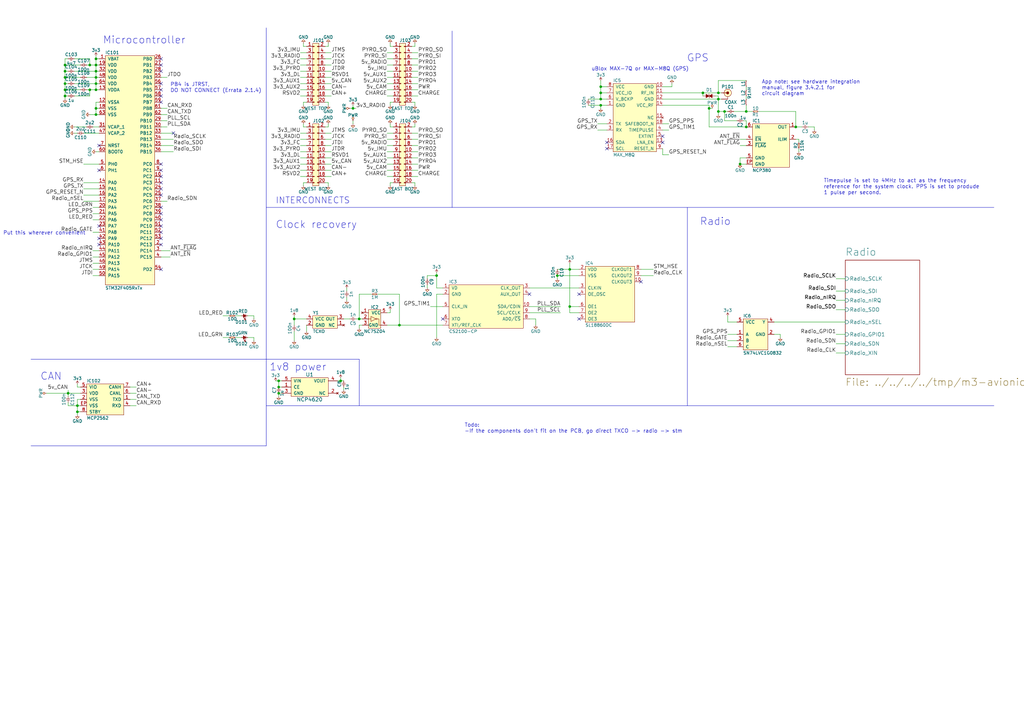
<source format=kicad_sch>
(kicad_sch (version 20230121) (generator eeschema)
  (paper "A3")
  (title_block (title "M3 Radio board schematic") (date "8 feb 2016") (rev "Rev 1") (company "Cambridge University Spaceflight") (comment 1 "G Brooks") (comment 2 "A Raghu") (comment 3 "E R Eide") (comment 4 "Drawn by:"))
  (junction (at 294.64 45.72))
  (junction (at 306.07 45.72))
  (junction (at 26.67 31.75))
  (junction (at 114.3 158.75))
  (junction (at 144.78 44.45))
  (junction (at 27.94 161.29))
  (junction (at 246.38 35.56))
  (junction (at 246.38 43.18))
  (junction (at 163.83 133.35))
  (junction (at 288.29 38.1))
  (junction (at 39.37 46.99))
  (junction (at 114.3 156.21))
  (junction (at 36.83 26.67))
  (junction (at 39.37 29.21))
  (junction (at 179.07 113.03))
  (junction (at 139.7 156.21))
  (junction (at 303.53 67.31))
  (junction (at 120.65 130.81))
  (junction (at 294.64 40.64))
  (junction (at 233.68 125.73))
  (junction (at 39.37 34.29))
  (junction (at 297.18 45.72))
  (junction (at 26.67 29.21))
  (junction (at 147.32 130.81))
  (junction (at 39.37 44.45))
  (junction (at 39.37 36.83))
  (junction (at 233.68 110.49))
  (junction (at 26.67 36.83))
  (junction (at 26.67 34.29))
  (junction (at 26.67 26.67))
  (junction (at 306.07 52.07))
  (junction (at 39.37 26.67))
  (junction (at 26.67 39.37))
  (junction (at 31.75 166.37))
  (junction (at 39.37 24.13))
  (junction (at 36.83 36.83))
  (junction (at 326.39 52.07))
  (junction (at 246.38 38.1))
  (junction (at 31.75 168.91))
  (junction (at 39.37 31.75))
  (junction (at 290.83 44.45))
  (junction (at 294.64 38.1))
  (junction (at 246.38 40.64))
  (junction (at 114.3 161.29))
  (junction (at 228.6 113.03))
  (no_connect (at 66.04 26.67))
  (no_connect (at 66.04 110.49))
  (no_connect (at 217.17 120.65))
  (no_connect (at 66.04 90.17))
  (no_connect (at 66.04 77.47))
  (no_connect (at 40.64 92.71))
  (no_connect (at 40.64 69.85))
  (no_connect (at 66.04 29.21))
  (no_connect (at 66.04 85.09))
  (no_connect (at 66.04 80.01))
  (no_connect (at 248.92 58.42))
  (no_connect (at 66.04 92.71))
  (no_connect (at 262.89 115.57))
  (no_connect (at 66.04 41.91))
  (no_connect (at 66.04 97.79))
  (no_connect (at 40.64 59.69))
  (no_connect (at 66.04 69.85))
  (no_connect (at 66.04 95.25))
  (no_connect (at 181.61 130.81))
  (no_connect (at 66.04 67.31))
  (no_connect (at 66.04 24.13))
  (no_connect (at 271.78 58.42))
  (no_connect (at 71.12 54.61))
  (no_connect (at 66.04 72.39))
  (no_connect (at 237.49 120.65))
  (no_connect (at 271.78 55.88))
  (no_connect (at 40.64 100.33))
  (no_connect (at 237.49 130.81))
  (no_connect (at 66.04 34.29))
  (no_connect (at 66.04 36.83))
  (no_connect (at 248.92 60.96))
  (no_connect (at 40.64 97.79))
  (no_connect (at 66.04 87.63))
  (no_connect (at 66.04 74.93))
  (no_connect (at 66.04 39.37))
  (no_connect (at 66.04 100.33))
  (wire (pts (xy 158.75 24.13) (xy 161.29 24.13)))
  (wire (pts (xy 248.92 50.8) (xy 245.11 50.8)))
  (wire (pts (xy 36.83 39.37) (xy 36.83 36.83)))
  (wire (pts (xy 267.97 110.49) (xy 262.89 110.49)))
  (wire (pts (xy 133.35 31.75) (xy 135.89 31.75)))
  (wire (pts (xy 168.91 41.91) (xy 170.18 41.91)))
  (wire (pts (xy 246.38 38.1) (xy 246.38 40.64)))
  (wire (pts (xy 144.78 44.45) (xy 146.05 44.45)))
  (wire (pts (xy 26.67 31.75) (xy 26.67 34.29)))
  (wire (pts (xy 40.64 41.91) (xy 39.37 41.91)))
  (wire (pts (xy 40.64 44.45) (xy 39.37 44.45)))
  (wire (pts (xy 326.39 52.07) (xy 328.93 52.07)))
  (wire (pts (xy 147.32 133.35) (xy 148.59 133.35)))
  (wire (pts (xy 275.59 35.56) (xy 275.59 34.29)))
  (wire (pts (xy 133.35 62.23) (xy 135.89 62.23)))
  (wire (pts (xy 228.6 113.03) (xy 237.49 113.03)))
  (wire (pts (xy 133.35 21.59) (xy 135.89 21.59)))
  (wire (pts (xy 161.29 74.93) (xy 160.02 74.93)))
  (wire (pts (xy 297.18 49.53) (xy 297.18 45.72)))
  (wire (pts (xy 125.73 74.93) (xy 124.46 74.93)))
  (wire (pts (xy 175.26 116.84) (xy 175.26 118.11)))
  (wire (pts (xy 40.64 54.61) (xy 34.29 54.61)))
  (wire (pts (xy 161.29 26.67) (xy 158.75 26.67)))
  (wire (pts (xy 66.04 57.15) (xy 71.12 57.15)))
  (wire (pts (xy 320.04 137.16) (xy 320.04 138.43)))
  (wire (pts (xy 26.67 36.83) (xy 26.67 39.37)))
  (wire (pts (xy 161.29 36.83) (xy 158.75 36.83)))
  (wire (pts (xy 66.04 31.75) (xy 68.58 31.75)))
  (wire (pts (xy 306.07 64.77) (xy 303.53 64.77)))
  (wire (pts (xy 133.35 34.29) (xy 135.89 34.29)))
  (wire (pts (xy 171.45 62.23) (xy 168.91 62.23)))
  (wire (pts (xy 326.39 45.72) (xy 326.39 52.07)))
  (wire (pts (xy 154.94 120.65) (xy 163.83 120.65)))
  (wire (pts (xy 217.17 125.73) (xy 229.87 125.73)))
  (wire (pts (xy 294.64 39.37) (xy 294.64 40.64)))
  (wire (pts (xy 306.07 57.15) (xy 303.53 57.15)))
  (wire (pts (xy 297.18 45.72) (xy 294.64 45.72)))
  (wire (pts (xy 38.1 85.09) (xy 40.64 85.09)))
  (wire (pts (xy 66.04 59.69) (xy 71.12 59.69)))
  (wire (pts (xy 36.83 36.83) (xy 39.37 36.83)))
  (wire (pts (xy 168.91 21.59) (xy 171.45 21.59)))
  (wire (pts (xy 163.83 133.35) (xy 181.61 133.35)))
  (wire (pts (xy 133.35 57.15) (xy 135.89 57.15)))
  (wire (pts (xy 241.3 40.64) (xy 246.38 40.64)))
  (wire (pts (xy 133.35 36.83) (xy 135.89 36.83)))
  (wire (pts (xy 274.32 63.5) (xy 271.78 63.5)))
  (wire (pts (xy 27.94 29.21) (xy 26.67 29.21)))
  (wire (pts (xy 27.94 39.37) (xy 26.67 39.37)))
  (wire (pts (xy 161.29 21.59) (xy 158.75 21.59)))
  (wire (pts (xy 246.38 40.64) (xy 248.92 40.64)))
  (wire (pts (xy 298.45 132.08) (xy 298.45 129.54)))
  (wire (pts (xy 30.48 34.29) (xy 39.37 34.29)))
  (wire (pts (xy 303.53 64.77) (xy 303.53 67.31)))
  (wire (pts (xy 171.45 29.21) (xy 168.91 29.21)))
  (wire (pts (xy 125.73 26.67) (xy 123.19 26.67)))
  (wire (pts (xy 39.37 34.29) (xy 40.64 34.29)))
  (wire (pts (xy 134.62 19.05) (xy 134.62 17.78)))
  (wire (pts (xy 246.38 43.18) (xy 248.92 43.18)))
  (wire (pts (xy 241.3 43.18) (xy 246.38 43.18)))
  (wire (pts (xy 179.07 118.11) (xy 181.61 118.11)))
  (wire (pts (xy 342.9 140.97) (xy 346.71 140.97)))
  (wire (pts (xy 99.06 138.43) (xy 96.52 138.43)))
  (wire (pts (xy 271.78 40.64) (xy 294.64 40.64)))
  (wire (pts (xy 120.65 130.81) (xy 120.65 133.35)))
  (wire (pts (xy 144.78 43.18) (xy 144.78 44.45)))
  (wire (pts (xy 168.91 59.69) (xy 171.45 59.69)))
  (wire (pts (xy 66.04 44.45) (xy 68.58 44.45)))
  (wire (pts (xy 168.91 54.61) (xy 171.45 54.61)))
  (wire (pts (xy 40.64 80.01) (xy 34.29 80.01)))
  (wire (pts (xy 113.03 156.21) (xy 114.3 156.21)))
  (wire (pts (xy 120.65 135.89) (xy 120.65 139.7)))
  (wire (pts (xy 66.04 54.61) (xy 71.12 54.61)))
  (wire (pts (xy 91.44 138.43) (xy 93.98 138.43)))
  (wire (pts (xy 40.64 90.17) (xy 38.1 90.17)))
  (wire (pts (xy 228.6 113.03) (xy 228.6 114.3)))
  (wire (pts (xy 125.73 72.39) (xy 123.19 72.39)))
  (wire (pts (xy 304.8 49.53) (xy 306.07 49.53)))
  (wire (pts (xy 101.6 129.54) (xy 104.14 129.54)))
  (wire (pts (xy 68.58 46.99) (xy 66.04 46.99)))
  (wire (pts (xy 233.68 110.49) (xy 233.68 125.73)))
  (wire (pts (xy 140.97 158.75) (xy 140.97 160.02)))
  (wire (pts (xy 133.35 26.67) (xy 135.89 26.67)))
  (wire (pts (xy 298.45 142.24) (xy 302.26 142.24)))
  (wire (pts (xy 30.48 29.21) (xy 39.37 29.21)))
  (wire (pts (xy 38.1 105.41) (xy 40.64 105.41)))
  (wire (pts (xy 300.99 45.72) (xy 306.07 45.72)))
  (wire (pts (xy 303.53 67.31) (xy 306.07 67.31)))
  (wire (pts (xy 40.64 87.63) (xy 38.1 87.63)))
  (wire (pts (xy 292.1 44.45) (xy 290.83 44.45)))
  (wire (pts (xy 168.91 39.37) (xy 171.45 39.37)))
  (wire (pts (xy 39.37 62.23) (xy 40.64 62.23)))
  (wire (pts (xy 294.64 38.1) (xy 295.91 38.1)))
  (wire (pts (xy 175.26 113.03) (xy 179.07 113.03)))
  (wire (pts (xy 39.37 24.13) (xy 39.37 26.67)))
  (wire (pts (xy 168.91 72.39) (xy 171.45 72.39)))
  (wire (pts (xy 35.56 31.75) (xy 39.37 31.75)))
  (wire (pts (xy 346.71 119.38) (xy 342.9 119.38)))
  (wire (pts (xy 306.07 49.53) (xy 306.07 52.07)))
  (wire (pts (xy 36.83 46.99) (xy 39.37 46.99)))
  (wire (pts (xy 168.91 19.05) (xy 170.18 19.05)))
  (wire (pts (xy 294.64 45.72) (xy 294.64 46.99)))
  (polyline (pts (xy 185.42 85.09) (xy 185.42 12.7)))
  (wire (pts (xy 31.75 163.83) (xy 31.75 166.37)))
  (wire (pts (xy 39.37 34.29) (xy 39.37 36.83)))
  (wire (pts (xy 31.75 166.37) (xy 31.75 168.91)))
  (wire (pts (xy 39.37 41.91) (xy 39.37 44.45)))
  (wire (pts (xy 171.45 24.13) (xy 168.91 24.13)))
  (wire (pts (xy 161.29 59.69) (xy 158.75 59.69)))
  (wire (pts (xy 175.26 114.3) (xy 175.26 113.03)))
  (wire (pts (xy 134.62 41.91) (xy 134.62 43.18)))
  (wire (pts (xy 124.46 17.78) (xy 124.46 19.05)))
  (wire (pts (xy 160.02 52.07) (xy 160.02 50.8)))
  (wire (pts (xy 219.71 130.81) (xy 219.71 133.35)))
  (wire (pts (xy 246.38 38.1) (xy 248.92 38.1)))
  (wire (pts (xy 298.45 137.16) (xy 302.26 137.16)))
  (wire (pts (xy 27.94 165.1) (xy 27.94 166.37)))
  (wire (pts (xy 147.32 120.65) (xy 147.32 130.81)))
  (wire (pts (xy 294.64 40.64) (xy 295.91 40.64)))
  (wire (pts (xy 160.02 41.91) (xy 160.02 43.18)))
  (wire (pts (xy 248.92 35.56) (xy 246.38 35.56)))
  (wire (pts (xy 346.71 123.19) (xy 342.9 123.19)))
  (wire (pts (xy 168.91 34.29) (xy 171.45 34.29)))
  (polyline (pts (xy 109.22 182.88) (xy 109.22 11.43)))
  (wire (pts (xy 133.35 59.69) (xy 135.89 59.69)))
  (wire (pts (xy 134.62 74.93) (xy 134.62 76.2)))
  (wire (pts (xy 331.47 52.07) (xy 334.01 52.07)))
  (wire (pts (xy 39.37 26.67) (xy 40.64 26.67)))
  (wire (pts (xy 26.67 26.67) (xy 26.67 29.21)))
  (wire (pts (xy 35.56 26.67) (xy 36.83 26.67)))
  (wire (pts (xy 133.35 24.13) (xy 135.89 24.13)))
  (wire (pts (xy 271.78 35.56) (xy 275.59 35.56)))
  (wire (pts (xy 160.02 19.05) (xy 160.02 17.78)))
  (wire (pts (xy 160.02 128.27) (xy 160.02 127)))
  (wire (pts (xy 161.29 64.77) (xy 158.75 64.77)))
  (wire (pts (xy 133.35 52.07) (xy 134.62 52.07)))
  (wire (pts (xy 27.94 161.29) (xy 27.94 162.56)))
  (wire (pts (xy 170.18 74.93) (xy 170.18 76.2)))
  (wire (pts (xy 66.04 82.55) (xy 68.58 82.55)))
  (wire (pts (xy 66.04 102.87) (xy 69.85 102.87)))
  (wire (pts (xy 124.46 52.07) (xy 125.73 52.07)))
  (wire (pts (xy 26.67 34.29) (xy 26.67 36.83)))
  (wire (pts (xy 53.34 166.37) (xy 55.88 166.37)))
  (wire (pts (xy 125.73 67.31) (xy 123.19 67.31)))
  (wire (pts (xy 39.37 46.99) (xy 40.64 46.99)))
  (wire (pts (xy 101.6 138.43) (xy 104.14 138.43)))
  (wire (pts (xy 271.78 63.5) (xy 271.78 60.96)))
  (wire (pts (xy 248.92 53.34) (xy 245.11 53.34)))
  (wire (pts (xy 91.44 129.54) (xy 93.98 129.54)))
  (wire (pts (xy 39.37 44.45) (xy 39.37 46.99)))
  (wire (pts (xy 147.32 130.81) (xy 148.59 130.81)))
  (wire (pts (xy 26.67 39.37) (xy 26.67 40.64)))
  (wire (pts (xy 158.75 128.27) (xy 160.02 128.27)))
  (wire (pts (xy 30.48 54.61) (xy 31.75 54.61)))
  (wire (pts (xy 38.1 52.07) (xy 40.64 52.07)))
  (wire (pts (xy 158.75 67.31) (xy 161.29 67.31)))
  (wire (pts (xy 40.64 107.95) (xy 38.1 107.95)))
  (wire (pts (xy 125.73 54.61) (xy 123.19 54.61)))
  (wire (pts (xy 306.07 36.83) (xy 306.07 35.56)))
  (wire (pts (xy 158.75 39.37) (xy 161.29 39.37)))
  (wire (pts (xy 138.43 156.21) (xy 139.7 156.21)))
  (wire (pts (xy 38.1 95.25) (xy 40.64 95.25)))
  (wire (pts (xy 26.67 24.13) (xy 26.67 26.67)))
  (wire (pts (xy 217.17 118.11) (xy 237.49 118.11)))
  (wire (pts (xy 36.83 24.13) (xy 36.83 26.67)))
  (wire (pts (xy 170.18 52.07) (xy 170.18 50.8)))
  (wire (pts (xy 274.32 50.8) (xy 271.78 50.8)))
  (wire (pts (xy 133.35 39.37) (xy 135.89 39.37)))
  (polyline (pts (xy 147.32 147.32) (xy 147.32 166.37)))
  (wire (pts (xy 33.02 31.75) (xy 26.67 31.75)))
  (wire (pts (xy 139.7 156.21) (xy 139.7 154.94)))
  (polyline (pts (xy 109.22 166.37) (xy 407.67 166.37)))
  (wire (pts (xy 142.24 121.92) (xy 142.24 123.19)))
  (wire (pts (xy 171.45 57.15) (xy 168.91 57.15)))
  (wire (pts (xy 53.34 161.29) (xy 55.88 161.29)))
  (wire (pts (xy 26.67 29.21) (xy 26.67 31.75)))
  (wire (pts (xy 39.37 29.21) (xy 39.37 31.75)))
  (wire (pts (xy 120.65 129.54) (xy 120.65 130.81)))
  (wire (pts (xy 233.68 125.73) (xy 237.49 125.73)))
  (wire (pts (xy 158.75 57.15) (xy 161.29 57.15)))
  (wire (pts (xy 346.71 127) (xy 342.9 127)))
  (wire (pts (xy 146.05 130.81) (xy 147.32 130.81)))
  (wire (pts (xy 327.66 57.15) (xy 326.39 57.15)))
  (wire (pts (xy 33.02 26.67) (xy 26.67 26.67)))
  (wire (pts (xy 181.61 120.65) (xy 179.07 120.65)))
  (wire (pts (xy 124.46 41.91) (xy 124.46 43.18)))
  (polyline (pts (xy 12.7 182.88) (xy 109.22 182.88)))
  (wire (pts (xy 66.04 105.41) (xy 69.85 105.41)))
  (polyline (pts (xy 281.94 85.09) (xy 281.94 166.37)))
  (wire (pts (xy 168.91 26.67) (xy 171.45 26.67)))
  (wire (pts (xy 114.3 161.29) (xy 114.3 162.56)))
  (wire (pts (xy 33.02 36.83) (xy 26.67 36.83)))
  (wire (pts (xy 133.35 54.61) (xy 135.89 54.61)))
  (wire (pts (xy 30.48 24.13) (xy 36.83 24.13)))
  (wire (pts (xy 125.73 21.59) (xy 123.19 21.59)))
  (wire (pts (xy 30.48 52.07) (xy 35.56 52.07)))
  (wire (pts (xy 288.29 38.1) (xy 294.64 38.1)))
  (wire (pts (xy 161.29 54.61) (xy 158.75 54.61)))
  (wire (pts (xy 147.32 134.62) (xy 147.32 133.35)))
  (wire (pts (xy 39.37 29.21) (xy 40.64 29.21)))
  (wire (pts (xy 233.68 107.95) (xy 233.68 110.49)))
  (wire (pts (xy 346.71 114.3) (xy 342.9 114.3)))
  (wire (pts (xy 170.18 19.05) (xy 170.18 17.78)))
  (wire (pts (xy 40.64 82.55) (xy 34.29 82.55)))
  (wire (pts (xy 290.83 43.18) (xy 271.78 43.18)))
  (wire (pts (xy 39.37 22.86) (xy 39.37 24.13)))
  (wire (pts (xy 38.1 110.49) (xy 40.64 110.49)))
  (wire (pts (xy 298.45 45.72) (xy 297.18 45.72)))
  (wire (pts (xy 179.07 113.03) (xy 179.07 118.11)))
  (wire (pts (xy 133.35 41.91) (xy 134.62 41.91)))
  (wire (pts (xy 142.24 119.38) (xy 142.24 118.11)))
  (wire (pts (xy 233.68 128.27) (xy 237.49 128.27)))
  (wire (pts (xy 302.26 132.08) (xy 298.45 132.08)))
  (wire (pts (xy 288.29 38.1) (xy 288.29 39.37)))
  (wire (pts (xy 233.68 125.73) (xy 233.68 128.27)))
  (wire (pts (xy 125.73 39.37) (xy 123.19 39.37)))
  (wire (pts (xy 306.07 33.02) (xy 294.64 33.02)))
  (wire (pts (xy 158.75 29.21) (xy 161.29 29.21)))
  (wire (pts (xy 327.66 58.42) (xy 327.66 57.15)))
  (wire (pts (xy 38.1 102.87) (xy 40.64 102.87)))
  (wire (pts (xy 143.51 130.81) (xy 140.97 130.81)))
  (wire (pts (xy 306.07 45.72) (xy 306.07 43.18)))
  (wire (pts (xy 163.83 120.65) (xy 163.83 133.35)))
  (wire (pts (xy 246.38 43.18) (xy 246.38 44.45)))
  (wire (pts (xy 168.91 67.31) (xy 171.45 67.31)))
  (wire (pts (xy 125.73 57.15) (xy 123.19 57.15)))
  (wire (pts (xy 125.73 31.75) (xy 123.19 31.75)))
  (wire (pts (xy 274.32 53.34) (xy 271.78 53.34)))
  (wire (pts (xy 158.75 72.39) (xy 161.29 72.39)))
  (wire (pts (xy 125.73 130.81) (xy 120.65 130.81)))
  (wire (pts (xy 233.68 110.49) (xy 237.49 110.49)))
  (wire (pts (xy 143.51 44.45) (xy 144.78 44.45)))
  (wire (pts (xy 171.45 69.85) (xy 168.91 69.85)))
  (wire (pts (xy 53.34 158.75) (xy 55.88 158.75)))
  (wire (pts (xy 271.78 38.1) (xy 288.29 38.1)))
  (wire (pts (xy 327.66 62.23) (xy 327.66 60.96)))
  (polyline (pts (xy 109.22 85.09) (xy 407.67 85.09)))
  (wire (pts (xy 31.75 158.75) (xy 31.75 157.48)))
  (wire (pts (xy 139.7 156.21) (xy 140.97 156.21)))
  (wire (pts (xy 306.07 52.07) (xy 290.83 52.07)))
  (wire (pts (xy 133.35 74.93) (xy 134.62 74.93)))
  (wire (pts (xy 36.83 26.67) (xy 39.37 26.67)))
  (wire (pts (xy 39.37 31.75) (xy 40.64 31.75)))
  (wire (pts (xy 125.73 64.77) (xy 123.19 64.77)))
  (wire (pts (xy 125.73 34.29) (xy 123.19 34.29)))
  (wire (pts (xy 34.29 77.47) (xy 40.64 77.47)))
  (wire (pts (xy 114.3 156.21) (xy 115.57 156.21)))
  (wire (pts (xy 125.73 29.21) (xy 123.19 29.21)))
  (wire (pts (xy 125.73 62.23) (xy 123.19 62.23)))
  (wire (pts (xy 53.34 163.83) (xy 55.88 163.83)))
  (wire (pts (xy 219.71 130.81) (xy 217.17 130.81)))
  (wire (pts (xy 317.5 137.16) (xy 320.04 137.16)))
  (wire (pts (xy 31.75 168.91) (xy 31.75 170.18)))
  (wire (pts (xy 19.05 161.29) (xy 27.94 161.29)))
  (wire (pts (xy 170.18 41.91) (xy 170.18 43.18)))
  (wire (pts (xy 35.56 36.83) (xy 36.83 36.83)))
  (wire (pts (xy 123.19 69.85) (xy 125.73 69.85)))
  (wire (pts (xy 124.46 74.93) (xy 124.46 76.2)))
  (wire (pts (xy 114.3 158.75) (xy 114.3 156.21)))
  (wire (pts (xy 124.46 50.8) (xy 124.46 52.07)))
  (wire (pts (xy 161.29 69.85) (xy 158.75 69.85)))
  (wire (pts (xy 160.02 74.93) (xy 160.02 76.2)))
  (wire (pts (xy 229.87 128.27) (xy 217.17 128.27)))
  (wire (pts (xy 306.07 40.64) (xy 306.07 39.37)))
  (wire (pts (xy 298.45 139.7) (xy 302.26 139.7)))
  (wire (pts (xy 125.73 59.69) (xy 123.19 59.69)))
  (wire (pts (xy 246.38 35.56) (xy 246.38 38.1)))
  (wire (pts (xy 290.83 44.45) (xy 290.83 43.18)))
  (wire (pts (xy 104.14 129.54) (xy 104.14 130.81)))
  (wire (pts (xy 144.78 49.53) (xy 144.78 50.8)))
  (wire (pts (xy 133.35 67.31) (xy 135.89 67.31)))
  (wire (pts (xy 133.35 19.05) (xy 134.62 19.05)))
  (wire (pts (xy 27.94 160.02) (xy 27.94 161.29)))
  (wire (pts (xy 66.04 62.23) (xy 71.12 62.23)))
  (wire (pts (xy 33.02 163.83) (xy 31.75 163.83)))
  (wire (pts (xy 294.64 40.64) (xy 294.64 45.72)))
  (wire (pts (xy 133.35 29.21) (xy 135.89 29.21)))
  (wire (pts (xy 27.94 34.29) (xy 26.67 34.29)))
  (wire (pts (xy 34.29 74.93) (xy 40.64 74.93)))
  (wire (pts (xy 342.9 137.16) (xy 346.71 137.16)))
  (wire (pts (xy 99.06 129.54) (xy 96.52 129.54)))
  (wire (pts (xy 40.64 113.03) (xy 38.1 113.03)))
  (wire (pts (xy 115.57 158.75) (xy 114.3 158.75)))
  (wire (pts (xy 39.37 36.83) (xy 40.64 36.83)))
  (wire (pts (xy 302.26 49.53) (xy 297.18 49.53)))
  (wire (pts (xy 33.02 158.75) (xy 31.75 158.75)))
  (wire (pts (xy 125.73 24.13) (xy 123.19 24.13)))
  (wire (pts (xy 161.29 31.75) (xy 158.75 31.75)))
  (wire (pts (xy 294.64 33.02) (xy 294.64 38.1)))
  (wire (pts (xy 34.29 67.31) (xy 40.64 67.31)))
  (wire (pts (xy 125.73 41.91) (xy 124.46 41.91)))
  (wire (pts (xy 68.58 52.07) (xy 66.04 52.07)))
  (wire (pts (xy 39.37 31.75) (xy 39.37 34.29)))
  (wire (pts (xy 290.83 52.07) (xy 290.83 44.45)))
  (wire (pts (xy 68.58 49.53) (xy 66.04 49.53)))
  (wire (pts (xy 27.94 24.13) (xy 26.67 24.13)))
  (wire (pts (xy 334.01 52.07) (xy 334.01 53.34)))
  (wire (pts (xy 179.07 111.76) (xy 179.07 113.03)))
  (wire (pts (xy 124.46 19.05) (xy 125.73 19.05)))
  (wire (pts (xy 33.02 168.91) (xy 31.75 168.91)))
  (wire (pts (xy 262.89 113.03) (xy 267.97 113.03)))
  (wire (pts (xy 152.4 120.65) (xy 147.32 120.65)))
  (wire (pts (xy 228.6 110.49) (xy 233.68 110.49)))
  (wire (pts (xy 171.45 36.83) (xy 168.91 36.83)))
  (wire (pts (xy 133.35 69.85) (xy 135.89 69.85)))
  (wire (pts (xy 168.91 64.77) (xy 171.45 64.77)))
  (wire (pts (xy 31.75 166.37) (xy 33.02 166.37)))
  (wire (pts (xy 311.15 45.72) (xy 326.39 45.72)))
  (wire (pts (xy 123.19 36.83) (xy 125.73 36.83)))
  (wire (pts (xy 133.35 64.77) (xy 135.89 64.77)))
  (wire (pts (xy 158.75 62.23) (xy 161.29 62.23)))
  (wire (pts (xy 27.94 161.29) (xy 33.02 161.29)))
  (wire (pts (xy 346.71 144.78) (xy 342.9 144.78)))
  (wire (pts (xy 246.38 33.02) (xy 246.38 35.56)))
  (wire (pts (xy 39.37 24.13) (xy 40.64 24.13)))
  (wire (pts (xy 39.37 26.67) (xy 39.37 29.21)))
  (wire (pts (xy 161.29 52.07) (xy 160.02 52.07)))
  (wire (pts (xy 27.94 166.37) (xy 31.75 166.37)))
  (wire (pts (xy 158.75 34.29) (xy 161.29 34.29)))
  (wire (pts (xy 179.07 120.65) (xy 179.07 138.43)))
  (wire (pts (xy 303.53 59.69) (xy 306.07 59.69)))
  (wire (pts (xy 133.35 72.39) (xy 135.89 72.39)))
  (polyline (pts (xy 12.7 147.32) (xy 147.32 147.32)))
  (wire (pts (xy 104.14 138.43) (xy 104.14 139.7)))
  (wire (pts (xy 161.29 19.05) (xy 160.02 19.05)))
  (wire (pts (xy 134.62 52.07) (xy 134.62 50.8)))
  (wire (pts (xy 114.3 161.29) (xy 115.57 161.29)))
  (wire (pts (xy 306.07 45.72) (xy 308.61 45.72)))
  (wire (pts (xy 168.91 74.93) (xy 170.18 74.93)))
  (wire (pts (xy 125.73 133.35) (xy 125.73 135.89)))
  (wire (pts (xy 30.48 39.37) (xy 36.83 39.37)))
  (wire (pts (xy 168.91 31.75) (xy 171.45 31.75)))
  (wire (pts (xy 181.61 125.73) (xy 176.53 125.73)))
  (wire (pts (xy 168.91 52.07) (xy 170.18 52.07)))
  (wire (pts (xy 161.29 41.91) (xy 160.02 41.91)))
  (wire (pts (xy 294.64 39.37) (xy 293.37 39.37)))
  (wire (pts (xy 158.75 133.35) (xy 163.83 133.35)))
  (wire (pts (xy 317.5 132.08) (xy 346.71 132.08)))
  (text "App note: see hardware integration \nmanual, figure 3.4.2.1 for \ncircuit diagram" (at 312.42 39.37 0) (effects (font (size 1.4986 1.4986)) (justify left bottom)))
  (text "Timepulse is set to 4MHz to act as the frequency\nreference for the system clock. PPS is set to produde \n1 pulse per second." (at 337.82 80.01 0) (effects (font (size 1.524 1.524)) (justify left bottom)))
  (text "Radio" (at 287.02 92.71 0) (effects (font (size 2.9972 2.9972)) (justify left bottom)))
  (text "PB4 is JTRST, \nDO NOT CONNECT (Errata 2.1.4)" (at 69.85 38.1 0) (effects (font (size 1.524 1.524)) (justify left bottom)))
  (text "uBlox MAX-7Q or MAX-M8Q (GPS)" (at 242.57 29.21 0) (effects (font (size 1.4986 1.4986)) (justify left bottom)))
  (text "Clock recovery" (at 113.03 93.98 0) (effects (font (size 2.9972 2.9972)) (justify left bottom)))
  (text "Todo:\n-If the components don't fit on the PCB, go direct TXCO -> radio -> stm\n" (at 190.5 177.8 0) (effects (font (size 1.524 1.524)) (justify left bottom)))
  (text "Put this wherever convenient" (at 1.27 96.52 0) (effects (font (size 1.524 1.524)) (justify left bottom)))
  (text "Microcontroller" (at 42.164 18.288 0) (effects (font (size 2.9972 2.9972)) (justify left bottom)))
  (text "CAN" (at 16.51 156.21 0) (effects (font (size 2.9972 2.9972)) (justify left bottom)))
  (text "GPS" (at 281.686 25.654 0) (effects (font (size 2.9972 2.9972)) (justify left bottom)))
  (text "INTERCONNECTS" (at 113.03 83.82 0) (effects (font (size 2.54 2.54)) (justify left bottom)))
  (text "1v8 power" (at 110.49 152.4 0) (effects (font (size 2.9972 2.9972)) (justify left bottom)))
  (label "CAN_RXD" (at 55.88 166.37 0) (effects (font (size 1.524 1.524))))
  (label "PYRO3" (at 171.45 31.75 0) (effects (font (size 1.524 1.524))))
  (label "Radio_nIRQ" (at 342.9 123.19 180) (effects (font (size 1.524 1.524))))
  (label "3v3_DL" (at 123.19 31.75 180) (effects (font (size 1.524 1.524))))
  (label "GPS_TX" (at 245.11 50.8 180) (effects (font (size 1.4986 1.4986))))
  (label "JTCK" (at 38.1 110.49 180) (effects (font (size 1.524 1.524))))
  (label "JTCK" (at 135.89 24.13 0) (effects (font (size 1.524 1.524))))
  (label "LED_GRN" (at 38.1 85.09 180) (effects (font (size 1.524 1.524))))
  (label "3v3_RADIO" (at 146.05 44.45 0) (effects (font (size 1.524 1.524))))
  (label "Radio_CLK" (at 267.97 113.03 0) (effects (font (size 1.524 1.524))))
  (label "CAN_TXD" (at 55.88 163.83 0) (effects (font (size 1.524 1.524))))
  (label "3v3_AUX1" (at 123.19 34.29 180) (effects (font (size 1.524 1.524))))
  (label "5v_AUX1" (at 158.75 64.77 180) (effects (font (size 1.524 1.524))))
  (label "PYRO_SI" (at 171.45 57.15 0) (effects (font (size 1.524 1.524))))
  (label "Radio_SDO" (at 342.9 127 180) (effects (font (size 1.524 1.524))))
  (label "LED_RED" (at 38.1 90.17 180) (effects (font (size 1.524 1.524))))
  (label "GPS_RESET_N" (at 34.29 80.01 180) (effects (font (size 1.524 1.524))))
  (label "CAN+" (at 135.89 72.39 0) (effects (font (size 1.524 1.524))))
  (label "PYRO4" (at 171.45 34.29 0) (effects (font (size 1.524 1.524))))
  (label "RSVD2" (at 123.19 39.37 180) (effects (font (size 1.524 1.524))))
  (label "5v_CAN" (at 135.89 67.31 0) (effects (font (size 1.524 1.524))))
  (label "GPS_PPS" (at 298.45 137.16 180) (effects (font (size 1.524 1.524))))
  (label "3v3_AUX2" (at 123.19 36.83 180) (effects (font (size 1.524 1.524))))
  (label "Radio_SDI" (at 71.12 62.23 0) (effects (font (size 1.524 1.524))))
  (label "3v3_FC" (at 123.19 59.69 180) (effects (font (size 1.524 1.524))))
  (label "PYRO_SI" (at 158.75 57.15 180) (effects (font (size 1.524 1.524))))
  (label "JTDI" (at 38.1 113.03 180) (effects (font (size 1.524 1.524))))
  (label "5v_IMU" (at 158.75 29.21 180) (effects (font (size 1.524 1.524))))
  (label "ANT_~{EN}" (at 69.85 105.41 0) (effects (font (size 1.524 1.524))))
  (label "STM_HSE" (at 34.29 67.31 180) (effects (font (size 1.524 1.524))))
  (label "LED_GRN" (at 91.44 138.43 180) (effects (font (size 1.524 1.524))))
  (label "Radio_SCLK" (at 71.12 57.15 0) (effects (font (size 1.524 1.524))))
  (label "ANT_~{EN}" (at 303.53 57.15 180) (effects (font (size 1.524 1.524))))
  (label "PYRO_SO" (at 171.45 21.59 0) (effects (font (size 1.524 1.524))))
  (label "Radio_GPIO1" (at 38.1 105.41 180) (effects (font (size 1.524 1.524))))
  (label "JTDI" (at 135.89 59.69 0) (effects (font (size 1.524 1.524))))
  (label "Radio_SDN" (at 68.58 82.55 0) (effects (font (size 1.524 1.524))))
  (label "ANT_~{FLAG}" (at 303.53 59.69 180) (effects (font (size 1.524 1.524))))
  (label "Radio_nSEL" (at 298.45 142.24 180) (effects (font (size 1.524 1.524))))
  (label "3v3_IMU" (at 123.19 21.59 180) (effects (font (size 1.524 1.524))))
  (label "PLL_SDA" (at 68.58 52.07 0) (effects (font (size 1.524 1.524))))
  (label "LED_RED" (at 91.44 129.54 180) (effects (font (size 1.524 1.524))))
  (label "CAN-" (at 135.89 36.83 0) (effects (font (size 1.524 1.524))))
  (label "JTDR" (at 135.89 62.23 0) (effects (font (size 1.524 1.524))))
  (label "JTMS" (at 135.89 54.61 0) (effects (font (size 1.524 1.524))))
  (label "PWR" (at 171.45 69.85 0) (effects (font (size 1.524 1.524))))
  (label "JTDO" (at 135.89 26.67 0) (effects (font (size 1.524 1.524))))
  (label "GPS_RX" (at 245.11 53.34 180) (effects (font (size 1.4986 1.4986))))
  (label "Radio_nSEL" (at 34.29 82.55 180) (effects (font (size 1.524 1.524))))
  (label "PYRO3" (at 171.45 64.77 0) (effects (font (size 1.524 1.524))))
  (label "GPS_RX" (at 34.29 74.93 180) (effects (font (size 1.4986 1.4986))))
  (label "5v_AUX2" (at 158.75 34.29 180) (effects (font (size 1.524 1.524))))
  (label "Radio_SCLK" (at 342.9 114.3 180) (effects (font (size 1.524 1.524))))
  (label "Radio_nIRQ" (at 38.1 102.87 180) (effects (font (size 1.524 1.524))))
  (label "Radio_SCLK" (at 342.9 114.3 180) (effects (font (size 1.524 1.524))))
  (label "PYRO2" (at 171.45 62.23 0) (effects (font (size 1.524 1.524))))
  (label "5v_CAM" (at 158.75 69.85 180) (effects (font (size 1.524 1.524))))
  (label "5v_CAM" (at 158.75 36.83 180) (effects (font (size 1.524 1.524))))
  (label "3v3_IMU" (at 123.19 54.61 180) (effects (font (size 1.524 1.524))))
  (label "PYRO4" (at 171.45 67.31 0) (effects (font (size 1.524 1.524))))
  (label "PYRO2" (at 171.45 29.21 0) (effects (font (size 1.524 1.524))))
  (label "CHARGE" (at 158.75 72.39 180) (effects (font (size 1.524 1.524))))
  (label "Radio_GPIO1" (at 342.9 137.16 180) (effects (font (size 1.524 1.524))))
  (label "5v_RADIO" (at 158.75 26.67 180) (effects (font (size 1.524 1.524))))
  (label "CAN+" (at 55.88 158.75 0) (effects (font (size 1.524 1.524))))
  (label "CHARGE" (at 171.45 39.37 0) (effects (font (size 1.524 1.524))))
  (label "Radio_SDO" (at 342.9 127 180) (effects (font (size 1.524 1.524))))
  (label "3v3_RADIO" (at 123.19 24.13 180) (effects (font (size 1.524 1.524))))
  (label "5v_AUX2" (at 158.75 67.31 180) (effects (font (size 1.524 1.524))))
  (label "3v3_PYRO" (at 123.19 62.23 180) (effects (font (size 1.524 1.524))))
  (label "3v3_DL" (at 123.19 64.77 180) (effects (font (size 1.524 1.524))))
  (label "CHARGE" (at 171.45 72.39 0) (effects (font (size 1.524 1.524))))
  (label "JTMS" (at 38.1 107.95 180) (effects (font (size 1.524 1.524))))
  (label "3v3_PYRO" (at 123.19 29.21 180) (effects (font (size 1.524 1.524))))
  (label "PLL_SDA" (at 229.87 125.73 180) (effects (font (size 1.524 1.524))))
  (label "PLL_SCL" (at 229.87 128.27 180) (effects (font (size 1.524 1.524))))
  (label "GPS_TX" (at 34.29 77.47 180) (effects (font (size 1.4986 1.4986))))
  (label "RSVD1" (at 135.89 31.75 0) (effects (font (size 1.524 1.524))))
  (label "5v_RADIO" (at 158.75 59.69 180) (effects (font (size 1.524 1.524))))
  (label "ANT_~{FLAG}" (at 69.85 102.87 0) (effects (font (size 1.524 1.524))))
  (label "CAN_TXD" (at 68.58 46.99 0) (effects (font (size 1.524 1.524))))
  (label "PYRO_SI" (at 171.45 24.13 0) (effects (font (size 1.524 1.524))))
  (label "5v_IMU" (at 158.75 62.23 180) (effects (font (size 1.524 1.524))))
  (label "PYRO_SO" (at 171.45 54.61 0) (effects (font (size 1.524 1.524))))
  (label "PYRO_SO" (at 158.75 54.61 180) (effects (font (size 1.524 1.524))))
  (label "5v_CAN" (at 27.94 160.02 180) (effects (font (size 1.524 1.524))))
  (label "PYRO1" (at 171.45 59.69 0) (effects (font (size 1.524 1.524))))
  (label "Radio_SDI" (at 342.9 119.38 180) (effects (font (size 1.524 1.524))))
  (label "JTDR" (at 135.89 29.21 0) (effects (font (size 1.524 1.524))))
  (label "5v_CAN" (at 135.89 34.29 0) (effects (font (size 1.524 1.524))))
  (label "STM_HSE" (at 267.97 110.49 0) (effects (font (size 1.524 1.524))))
  (label "3v3_FC" (at 123.19 26.67 180) (effects (font (size 1.524 1.524))))
  (label "Radio_SDI" (at 342.9 119.38 180) (effects (font (size 1.524 1.524))))
  (label "PLL_SCL" (at 68.58 49.53 0) (effects (font (size 1.524 1.524))))
  (label "3v3_AUX2" (at 123.19 69.85 180) (effects (font (size 1.524 1.524))))
  (label "CAN+" (at 135.89 39.37 0) (effects (font (size 1.524 1.524))))
  (label "5v_AUX1" (at 158.75 31.75 180) (effects (font (size 1.524 1.524))))
  (label "JTDO" (at 68.58 31.75 0) (effects (font (size 1.524 1.524))))
  (label "JTMS" (at 135.89 21.59 0) (effects (font (size 1.524 1.524))))
  (label "CHARGE" (at 158.75 39.37 180) (effects (font (size 1.524 1.524))))
  (label "GPS_PPS" (at 274.32 50.8 0) (effects (font (size 1.524 1.524))))
  (label "CAN-" (at 135.89 69.85 0) (effects (font (size 1.524 1.524))))
  (label "3v3_AUX1" (at 123.19 67.31 180) (effects (font (size 1.524 1.524))))
  (label "GPS_TIM1" (at 176.53 125.73 180) (effects (font (size 1.524 1.524))))
  (label "Radio_SDN" (at 342.9 140.97 180) (effects (font (size 1.524 1.524))))
  (label "Radio_GATE" (at 38.1 95.25 180) (effects (font (size 1.524 1.524))))
  (label "GPS_TIM1" (at 274.32 53.34 0) (effects (font (size 1.524 1.524))))
  (label "Radio_SDO" (at 71.12 59.69 0) (effects (font (size 1.524 1.524))))
  (label "3v3_RADIO" (at 123.19 57.15 180) (effects (font (size 1.524 1.524))))
  (label "PYRO_SI" (at 158.75 24.13 180) (effects (font (size 1.524 1.524))))
  (label "Radio_GATE" (at 298.45 139.7 180) (effects (font (size 1.524 1.524))))
  (label "CAN-" (at 55.88 161.29 0) (effects (font (size 1.524 1.524))))
  (label "PYRO1" (at 171.45 26.67 0) (effects (font (size 1.524 1.524))))
  (label "PYRO_SO" (at 158.75 21.59 180) (effects (font (size 1.524 1.524))))
  (label "Radio_nIRQ" (at 342.9 123.19 180) (effects (font (size 1.524 1.524))))
  (label "JTCK" (at 135.89 57.15 0) (effects (font (size 1.524 1.524))))
  (label "GPS_PPS" (at 38.1 87.63 180) (effects (font (size 1.524 1.524))))
  (label "RSVD1" (at 135.89 64.77 0) (effects (font (size 1.524 1.524))))
  (label "CAN_RXD" (at 68.58 44.45 0) (effects (font (size 1.524 1.524))))
  (label "RSVD2" (at 123.19 72.39 180) (effects (font (size 1.524 1.524))))
  (label "Radio_CLK" (at 342.9 144.78 180) (effects (font (size 1.524 1.524))))
  (label "PWR" (at 171.45 36.83 0) (effects (font (size 1.524 1.524))))
  (label "GPS_RESET_N" (at 274.32 63.5 0) (effects (font (size 1.524 1.524))))
  (symbol (lib_id "TOAD:3v3") (at 246.38 33.02 0) (unit 1)
    (property "Reference" "#PWR01" (effects hide))
    (property "Value" "3v3" (at 246.38 30.734 0))
  )
  (symbol (lib_id "m3radio-rescue:GND") (at 246.38 44.45 0) (unit 1)
    (property "Reference" "#PWR02" (effects hide))
    (property "Value" "GND" (at 246.38 46.99 0))
  )
  (symbol (lib_id "m3radio-rescue:GND") (at 275.59 34.29 180) (unit 1)
    (property "Reference" "#PWR03" (effects hide))
    (property "Value" "GND" (at 275.59 31.75 0))
  )
  (symbol (lib_id "m3radio-rescue:C") (at 241.3 40.64 270) (unit 1)
    (property "Reference" "C113" (at 243.078 41.91 0))
    (property "Value" "100n" (at 239.522 41.91 0))
    (property "Footprint" "agg:0402" (effects hide))
    (property "Farnell" "2496771" (effects hide))
  )
  (symbol (lib_id "m3radio-rescue:CONN_02x10") (at 166.37 19.05 0) (unit 1)
    (property "Reference" "J103" (at 163.83 16.51 0) (effects (justify left)))
    (property "Value" "EAST TOP" (at 165.1 44.45 0))
    (property "Footprint" "agg:TFML-110-02-L-D" (effects hide))
    (property "Samtec" "TFML-110-02-L-D" (effects hide))
  )
  (symbol (lib_id "m3radio-rescue:MCP2562") (at 43.18 163.83 0) (unit 1)
    (property "Reference" "IC102" (at 35.56 156.21 0) (effects (justify left)))
    (property "Value" "MCP2562" (at 35.56 171.45 0) (effects (justify left)))
    (property "Footprint" "agg:DFN-8-EP-MICROCHIP" (effects hide))
    (property "Datasheet" "http://ww1.microchip.com/downloads/en/DeviceDoc/20005167C.pdf" (effects hide))
    (property "Farnell" "2448755" (effects hide))
  )
  (symbol (lib_id "m3radio-rescue:GND") (at 134.62 43.18 0) (unit 1)
    (property "Reference" "#PWR04" (effects hide))
    (property "Value" "GND" (at 134.62 45.72 0))
  )
  (symbol (lib_id "m3radio-rescue:GND") (at 124.46 43.18 0) (unit 1)
    (property "Reference" "#PWR05" (effects hide))
    (property "Value" "GND" (at 124.46 45.72 0))
  )
  (symbol (lib_id "m3radio-rescue:GND") (at 124.46 17.78 180) (unit 1)
    (property "Reference" "#PWR06" (effects hide))
    (property "Value" "GND" (at 124.46 15.24 0))
  )
  (symbol (lib_id "m3radio-rescue:GND") (at 134.62 17.78 180) (unit 1)
    (property "Reference" "#PWR07" (effects hide))
    (property "Value" "GND" (at 134.62 15.24 0))
  )
  (symbol (lib_id "m3radio-rescue:GND") (at 160.02 43.18 0) (unit 1)
    (property "Reference" "#PWR08" (effects hide))
    (property "Value" "GND" (at 160.02 45.72 0))
  )
  (symbol (lib_id "m3radio-rescue:GND") (at 170.18 43.18 0) (unit 1)
    (property "Reference" "#PWR09" (effects hide))
    (property "Value" "GND" (at 170.18 45.72 0))
  )
  (symbol (lib_id "m3radio-rescue:GND") (at 160.02 17.78 180) (unit 1)
    (property "Reference" "#PWR010" (effects hide))
    (property "Value" "GND" (at 160.02 15.24 0))
  )
  (symbol (lib_id "m3radio-rescue:GND") (at 170.18 17.78 180) (unit 1)
    (property "Reference" "#PWR011" (effects hide))
    (property "Value" "GND" (at 170.18 15.24 0))
  )
  (symbol (lib_id "m3radio-rescue:GND") (at 134.62 76.2 0) (unit 1)
    (property "Reference" "#PWR012" (effects hide))
    (property "Value" "GND" (at 134.62 78.74 0))
  )
  (symbol (lib_id "m3radio-rescue:GND") (at 124.46 76.2 0) (unit 1)
    (property "Reference" "#PWR013" (effects hide))
    (property "Value" "GND" (at 124.46 78.74 0))
  )
  (symbol (lib_id "m3radio-rescue:GND") (at 124.46 50.8 180) (unit 1)
    (property "Reference" "#PWR014" (effects hide))
    (property "Value" "GND" (at 124.46 48.26 0))
  )
  (symbol (lib_id "m3radio-rescue:GND") (at 134.62 50.8 180) (unit 1)
    (property "Reference" "#PWR015" (effects hide))
    (property "Value" "GND" (at 134.62 48.26 0))
  )
  (symbol (lib_id "m3radio-rescue:CONN_02x10") (at 166.37 52.07 0) (unit 1)
    (property "Reference" "J104" (at 163.83 49.53 0) (effects (justify left)))
    (property "Value" "EAST BOT" (at 165.1 77.47 0))
    (property "Footprint" "agg:SFML-110-02-L-D-LC" (effects hide))
    (property "Samtec" "SFML-110-02-L-D-LC" (effects hide))
  )
  (symbol (lib_id "m3radio-rescue:GND") (at 160.02 76.2 0) (unit 1)
    (property "Reference" "#PWR016" (effects hide))
    (property "Value" "GND" (at 160.02 78.74 0))
  )
  (symbol (lib_id "m3radio-rescue:GND") (at 170.18 76.2 0) (unit 1)
    (property "Reference" "#PWR017" (effects hide))
    (property "Value" "GND" (at 170.18 78.74 0))
  )
  (symbol (lib_id "m3radio-rescue:GND") (at 160.02 50.8 180) (unit 1)
    (property "Reference" "#PWR018" (effects hide))
    (property "Value" "GND" (at 160.02 48.26 0))
  )
  (symbol (lib_id "m3radio-rescue:GND") (at 170.18 50.8 180) (unit 1)
    (property "Reference" "#PWR019" (effects hide))
    (property "Value" "GND" (at 170.18 48.26 0))
  )
  (symbol (lib_id "TOAD:3v3") (at 144.78 43.18 0) (unit 1)
    (property "Reference" "#PWR020" (effects hide))
    (property "Value" "3v3" (at 144.78 40.894 0))
  )
  (symbol (lib_id "m3radio-rescue:GND") (at 144.78 50.8 0) (unit 1)
    (property "Reference" "#PWR021" (effects hide))
    (property "Value" "GND" (at 144.78 53.34 0))
  )
  (symbol (lib_id "TOAD:3v3") (at 31.75 157.48 0) (unit 1)
    (property "Reference" "#PWR022" (effects hide))
    (property "Value" "3v3" (at 31.75 155.194 0))
  )
  (symbol (lib_id "m3radio-rescue:GND") (at 31.75 170.18 0) (unit 1)
    (property "Reference" "#PWR023" (effects hide))
    (property "Value" "GND" (at 31.75 172.72 0))
  )
  (symbol (lib_id "m3radio-rescue:C") (at 27.94 162.56 270) (unit 1)
    (property "Reference" "C112" (at 29.718 163.83 0))
    (property "Value" "100n" (at 26.162 163.83 0))
    (property "Footprint" "agg:0402" (effects hide))
    (property "Farnell" "2496771" (effects hide))
  )
  (symbol (lib_id "m3radio-rescue:LED") (at 101.6 129.54 180) (unit 1)
    (property "Reference" "D101" (at 101.6 132.08 0) (effects (justify left)))
    (property "Value" "RED" (at 101.6 127.635 0) (effects (justify left)))
    (property "Footprint" "agg:0603-LED" (effects hide))
    (property "Farnell" "2314404" (effects hide))
  )
  (symbol (lib_id "m3radio-rescue:R") (at 93.98 129.54 0) (unit 1)
    (property "Reference" "R102" (at 95.25 128.27 0))
    (property "Value" "100" (at 95.25 130.81 0))
    (property "Footprint" "agg:0402" (effects hide))
    (property "Farnell" "9239111" (effects hide))
  )
  (symbol (lib_id "m3radio-rescue:R") (at 93.98 138.43 0) (unit 1)
    (property "Reference" "R103" (at 95.25 137.16 0))
    (property "Value" "100" (at 95.25 139.7 0))
    (property "Footprint" "agg:0402" (effects hide))
    (property "Farnell" "9239111" (effects hide))
  )
  (symbol (lib_id "m3radio-rescue:LED") (at 101.6 138.43 180) (unit 1)
    (property "Reference" "D102" (at 101.6 140.97 0) (effects (justify left)))
    (property "Value" "GRN" (at 101.6 136.525 0) (effects (justify left)))
    (property "Footprint" "agg:0603-LED" (effects hide))
    (property "Farnell" "2290363" (effects hide))
  )
  (symbol (lib_id "m3radio-rescue:GND") (at 104.14 130.81 0) (unit 1)
    (property "Reference" "#PWR024" (effects hide))
    (property "Value" "GND" (at 104.14 133.35 0))
  )
  (symbol (lib_id "m3radio-rescue:GND") (at 104.14 139.7 0) (unit 1)
    (property "Reference" "#PWR025" (effects hide))
    (property "Value" "GND" (at 104.14 142.24 0))
  )
  (symbol (lib_id "m3radio-rescue:CONN_02x10") (at 130.81 19.05 0) (unit 1)
    (property "Reference" "J101" (at 128.27 16.51 0) (effects (justify left)))
    (property "Value" "WEST TOP" (at 129.54 44.45 0))
    (property "Footprint" "agg:TFML-110-02-L-D" (effects hide))
    (property "Samtec" "TFML-110-02-L-D" (effects hide))
  )
  (symbol (lib_id "m3radio-rescue:CONN_02x10") (at 130.81 52.07 0) (unit 1)
    (property "Reference" "J102" (at 128.27 49.53 0) (effects (justify left)))
    (property "Value" "WEST BOT" (at 129.54 77.47 0))
    (property "Footprint" "agg:SFML-110-02-L-D-LC" (effects hide))
    (property "Samtec" "SFML-110-02-L-D-LC" (effects hide))
  )
  (symbol (lib_id "TOAD:STM32F405RxTx") (at 53.34 69.85 0) (unit 1)
    (property "Reference" "IC101" (at 43.18 21.59 0) (effects (justify left)))
    (property "Value" "STM32F405RxTx" (at 43.18 118.11 0) (effects (justify left)))
    (property "Footprint" "agg:LQFP-64" (effects hide))
    (property "Datasheet" "http://www.st.com/st-web-ui/static/active/en/resource/technical/document/datasheet/DM00037051.pdf" (effects hide))
    (property "Farnell" "2064363" (effects hide))
  )
  (symbol (lib_id "m3radio-rescue:GND") (at 39.37 62.23 270) (unit 1)
    (property "Reference" "#PWR026" (effects hide))
    (property "Value" "GND" (at 36.83 62.23 0))
  )
  (symbol (lib_id "m3radio-rescue:C") (at 38.1 52.07 180) (unit 1)
    (property "Reference" "C111" (at 36.83 53.848 0))
    (property "Value" "2u2" (at 36.83 50.292 0))
    (property "Footprint" "agg:0402" (effects hide))
    (property "Farnell" "2362088" (effects hide))
  )
  (symbol (lib_id "m3radio-rescue:C") (at 34.29 54.61 180) (unit 1)
    (property "Reference" "C110" (at 33.02 56.388 0))
    (property "Value" "2u2" (at 33.02 52.832 0))
    (property "Footprint" "agg:0402" (effects hide))
    (property "Farnell" "2362088" (effects hide))
  )
  (symbol (lib_id "m3radio-rescue:GND") (at 30.48 52.07 270) (unit 1)
    (property "Reference" "#PWR027" (effects hide))
    (property "Value" "GND" (at 27.94 52.07 0))
  )
  (symbol (lib_id "m3radio-rescue:GND") (at 30.48 54.61 270) (unit 1)
    (property "Reference" "#PWR028" (effects hide))
    (property "Value" "GND" (at 27.94 54.61 0))
  )
  (symbol (lib_id "m3radio-rescue:C") (at 33.02 26.67 0) (unit 1)
    (property "Reference" "C107" (at 34.29 24.892 0))
    (property "Value" "100n" (at 34.29 28.448 0))
    (property "Footprint" "agg:0402" (effects hide))
    (property "Farnell" "2496771" (effects hide))
  )
  (symbol (lib_id "m3radio-rescue:C") (at 27.94 39.37 0) (unit 1)
    (property "Reference" "C106" (at 29.21 37.592 0))
    (property "Value" "1u" (at 29.21 41.148 0))
    (property "Footprint" "agg:0402" (effects hide))
    (property "Farnell" "2496814" (effects hide))
  )
  (symbol (lib_id "m3radio-rescue:C") (at 27.94 24.13 0) (unit 1)
    (property "Reference" "C103" (at 29.21 22.352 0))
    (property "Value" "4u7" (at 29.21 25.908 0))
    (property "Footprint" "agg:0402" (effects hide))
    (property "Farnell" "2426952" (effects hide))
  )
  (symbol (lib_id "m3radio-rescue:C") (at 27.94 29.21 0) (unit 1)
    (property "Reference" "C104" (at 29.21 27.432 0))
    (property "Value" "100n" (at 29.21 30.988 0))
    (property "Footprint" "agg:0402" (effects hide))
    (property "Farnell" "2496771" (effects hide))
  )
  (symbol (lib_id "m3radio-rescue:C") (at 33.02 31.75 0) (unit 1)
    (property "Reference" "C108" (at 34.29 29.972 0))
    (property "Value" "100n" (at 34.29 33.528 0))
    (property "Footprint" "agg:0402" (effects hide))
    (property "Farnell" "2496771" (effects hide))
  )
  (symbol (lib_id "m3radio-rescue:C") (at 27.94 34.29 0) (unit 1)
    (property "Reference" "C105" (at 29.21 32.512 0))
    (property "Value" "100n" (at 29.21 36.068 0))
    (property "Footprint" "agg:0402" (effects hide))
    (property "Farnell" "2496771" (effects hide))
  )
  (symbol (lib_id "m3radio-rescue:C") (at 33.02 36.83 0) (unit 1)
    (property "Reference" "C109" (at 34.29 35.052 0))
    (property "Value" "100n" (at 34.29 38.608 0))
    (property "Footprint" "agg:0402" (effects hide))
    (property "Farnell" "2496771" (effects hide))
  )
  (symbol (lib_id "m3radio-rescue:GND") (at 26.67 40.64 0) (unit 1)
    (property "Reference" "#PWR029" (effects hide))
    (property "Value" "GND" (at 26.67 43.18 0))
  )
  (symbol (lib_id "TOAD:3v3") (at 39.37 22.86 0) (unit 1)
    (property "Reference" "#PWR030" (effects hide))
    (property "Value" "3v3" (at 39.37 20.574 0))
  )
  (symbol (lib_id "m3radio-rescue:GND") (at 36.83 46.99 270) (unit 1)
    (property "Reference" "#PWR031" (effects hide))
    (property "Value" "GND" (at 34.29 46.99 0))
  )
  (symbol (lib_id "m3radio-rescue:PWR") (at 143.51 44.45 90) (unit 1)
    (property "Reference" "#FLG032" (effects hide))
    (property "Value" "PWR" (at 141.224 44.45 0))
  )
  (symbol (lib_id "m3radio-rescue:PWR") (at 144.78 49.53 0) (unit 1)
    (property "Reference" "#FLG033" (effects hide))
    (property "Value" "PWR" (at 144.78 47.244 0))
  )
  (symbol (lib_id "m3radio-rescue:PWR") (at 19.05 161.29 90) (unit 1)
    (property "Reference" "#FLG034" (effects hide))
    (property "Value" "PWR" (at 16.764 161.29 0))
  )
  (symbol (lib_id "TOAD:COAX") (at 298.45 38.1 0) (unit 1)
    (property "Reference" "P101" (at 298.45 35.56 0))
    (property "Value" "COAX" (at 299.72 41.91 0))
    (property "Footprint" "M3radio:U.FL-R-SMT-1" (effects hide))
    (property "Datasheet" "http://www.farnell.com/datasheets/1947917.pdf" (effects hide))
    (property "Farnell" "3908021" (effects hide))
  )
  (symbol (lib_id "m3radio-rescue:GND") (at 294.64 46.99 0) (unit 1)
    (property "Reference" "#PWR035" (effects hide))
    (property "Value" "GND" (at 294.64 49.53 0))
  )
  (symbol (lib_id "m3radio-rescue:NCP380") (at 316.23 59.69 0) (unit 1)
    (property "Reference" "IC1" (at 308.61 49.53 0) (effects (justify left)))
    (property "Value" "NCP380" (at 308.61 69.85 0) (effects (justify left)))
    (property "Footprint" "agg:DFN-6-EP-ONSEMI" (effects hide))
    (property "Datasheet" "http://www.onsemi.com/pub_link/Collateral/NCP380-D.PDF" (effects hide))
    (property "Farnell" "2464412" (effects hide))
  )
  (symbol (lib_id "m3radio-rescue:L") (at 306.07 39.37 90) (unit 1)
    (property "Reference" "L2" (at 304.8 38.1 0))
    (property "Value" "91nH" (at 307.34 38.1 0))
    (property "Footprint" "agg:0402-L" (effects hide))
    (property "Farnell" "2470339" (effects hide))
  )
  (symbol (lib_id "m3radio-rescue:L") (at 306.07 43.18 90) (unit 1)
    (property "Reference" "L3" (at 304.8 41.91 0))
    (property "Value" "91nH" (effects hide))
    (property "Footprint" "agg:0402-L" (effects hide))
    (property "Farnell" "2470339" (effects hide))
  )
  (symbol (lib_id "m3radio-rescue:L") (at 306.07 35.56 90) (unit 1)
    (property "Reference" "L1" (at 304.8 34.29 0))
    (property "Value" "91nH" (effects hide))
    (property "Footprint" "agg:0402-L" (effects hide))
    (property "Farnell" "2470339" (effects hide))
  )
  (symbol (lib_id "m3radio-rescue:R") (at 311.15 45.72 180) (unit 1)
    (property "Reference" "R1" (at 309.88 46.99 0))
    (property "Value" "10" (at 309.88 44.45 0))
    (property "Footprint" "agg:0603" (effects hide))
    (property "Farnell" "1738878" (effects hide))
  )
  (symbol (lib_id "m3radio-rescue:C") (at 298.45 45.72 0) (unit 1)
    (property "Reference" "C1" (at 299.72 43.942 0))
    (property "Value" "100n" (at 299.72 47.498 0))
    (property "Footprint" "agg:0402" (effects hide))
    (property "Farnell" "2496771" (effects hide))
  )
  (symbol (lib_id "m3radio-rescue:GND") (at 303.53 67.31 0) (unit 1)
    (property "Reference" "#PWR036" (effects hide))
    (property "Value" "GND" (at 303.53 69.85 0))
  )
  (symbol (lib_id "m3radio-rescue:R") (at 327.66 60.96 90) (unit 1)
    (property "Reference" "R2" (at 326.39 59.69 0))
    (property "Value" "110k" (at 328.93 59.69 0))
    (property "Footprint" "agg:0402" (effects hide))
    (property "Farnell" "2502502" (effects hide))
  )
  (symbol (lib_id "m3radio-rescue:GND") (at 327.66 62.23 0) (unit 1)
    (property "Reference" "#PWR037" (effects hide))
    (property "Value" "GND" (at 327.66 64.77 0))
  )
  (symbol (lib_id "m3radio-rescue:C") (at 304.8 49.53 180) (unit 1)
    (property "Reference" "C2" (at 303.53 51.308 0))
    (property "Value" "1u" (at 304.8 48.26 0))
    (property "Footprint" "agg:0402" (effects hide))
    (property "Farnell" "2496814" (effects hide))
  )
  (symbol (lib_id "m3radio-rescue:C") (at 331.47 52.07 180) (unit 1)
    (property "Reference" "C3" (at 330.2 53.848 0))
    (property "Value" "1u" (at 330.2 50.292 0))
    (property "Footprint" "agg:0402" (effects hide))
    (property "Farnell" "2496814" (effects hide))
  )
  (symbol (lib_id "m3radio-rescue:GND") (at 334.01 53.34 0) (unit 1)
    (property "Reference" "#PWR038" (effects hide))
    (property "Value" "GND" (at 334.01 55.88 0))
  )
  (symbol (lib_id "TOAD:ESD_DIODE") (at 290.83 39.37 0) (unit 1)
    (property "Reference" "D1" (at 289.56 36.83 0) (effects (justify left)))
    (property "Value" "ESD_DIODE" (effects hide))
    (property "Footprint" "agg:0402" (effects hide))
    (property "Farnell" "2368169" (effects hide))
  )
  (symbol (lib_id "m3radio-rescue:PWR") (at 292.1 44.45 0) (unit 1)
    (property "Reference" "#FLG039" (effects hide))
    (property "Value" "PWR" (at 292.1 42.164 0))
  )
  (symbol (lib_id "TOAD-cache:1v8") (at 139.7 154.94 0) (unit 1)
    (property "Reference" "#PWR040" (effects hide))
    (property "Value" "1v8" (at 139.7 152.654 0))
  )
  (symbol (lib_id "m3radio-rescue:NCP4620") (at 115.57 156.21 0) (unit 1)
    (property "Reference" "U1" (at 127 153.67 0) (effects (font (size 1.524 1.524))))
    (property "Value" "NCP4620" (at 127 163.83 0) (effects (font (size 1.524 1.524))))
    (property "Footprint" "agg:SC-70-5" (effects hide))
    (property "Datasheet" "http://www.farnell.com/datasheets/1878393.pdf" (effects hide))
    (property "Farnell" "2464259" (effects hide))
  )
  (symbol (lib_id "TOAD:3v3") (at 113.03 156.21 0) (unit 1)
    (property "Reference" "#PWR041" (effects hide))
    (property "Value" "3v3" (at 113.03 153.924 0))
  )
  (symbol (lib_id "m3radio-rescue:C") (at 114.3 161.29 90) (unit 1)
    (property "Reference" "C7" (at 112.522 160.02 0))
    (property "Value" "1u" (at 115.57 161.29 0))
    (property "Footprint" "agg:0402" (effects hide))
    (property "Farnell" "2496814" (effects hide))
  )
  (symbol (lib_id "m3radio-rescue:C") (at 140.97 158.75 90) (unit 1)
    (property "Reference" "C8" (at 139.192 157.48 0))
    (property "Value" "1u" (at 142.24 158.75 0))
    (property "Footprint" "agg:0402" (effects hide))
    (property "Farnell" "2496814" (effects hide))
  )
  (symbol (lib_id "m3radio-rescue:GND") (at 140.97 160.02 0) (unit 1)
    (property "Reference" "#PWR042" (effects hide))
    (property "Value" "GND" (at 140.97 162.56 0))
  )
  (symbol (lib_id "m3radio-rescue:GND") (at 114.3 162.56 0) (unit 1)
    (property "Reference" "#PWR043" (effects hide))
    (property "Value" "GND" (at 114.3 165.1 0))
  )
  (symbol (lib_id "TOAD-cache:NC7SZ04") (at 153.67 130.81 0) (unit 1)
    (property "Reference" "IC2" (at 153.67 125.984 0))
    (property "Value" "NC7SZ04" (at 153.67 135.89 0))
    (property "Footprint" "agg:SOT-23-5" (effects hide))
    (property "Datasheet" "https://www.fairchildsemi.com/datasheets/NC/NC7SZ04.pdf" (effects hide))
    (property "Farnell" "1417667" (effects hide))
  )
  (symbol (lib_id "TOAD-cache:CS2100-CP") (at 199.39 125.73 0) (unit 1)
    (property "Reference" "IC3" (at 184.15 115.57 0) (effects (justify left)))
    (property "Value" "CS2100-CP" (at 184.15 135.89 0) (effects (justify left)))
    (property "Footprint" "agg:MSOP-10" (effects hide))
    (property "Datasheet" "https://www.cirrus.com/en/pubs/proDatasheet/CS2100-CP_F3.pdf" (effects hide))
    (property "Mouser" "777-CS2100CP-CZZ" (effects hide))
  )
  (symbol (lib_id "max-8q:MAX_M8Q") (at 261.62 45.72 0) (unit 1)
    (property "Reference" "IC5" (at 251.46 33.02 0) (effects (justify left)))
    (property "Value" "MAX_M8Q" (at 251.46 63.5 0) (effects (justify left)))
    (property "Footprint" "agg:MAX-M8Q" (effects hide))
    (property "HabSupplies" "MAX-M8Q" (effects hide))
  )
  (symbol (lib_id "m3radio-rescue:R") (at 152.4 120.65 0) (unit 1)
    (property "Reference" "R3" (at 153.67 119.38 0))
    (property "Value" "1M" (at 153.67 121.92 0))
    (property "Footprint" "agg:0402" (effects hide))
    (property "Farnell" "2502805" (effects hide))
  )
  (symbol (lib_id "m3radio-rescue:SN74LVC1G0832") (at 309.88 137.16 0) (unit 1)
    (property "Reference" "IC6" (at 304.8 129.54 0) (effects (justify left)))
    (property "Value" "SN74LVC1G0832" (at 304.8 144.78 0) (effects (justify left)))
    (property "Footprint" "agg:SC-70-6" (effects hide))
    (property "Datasheet" "http://www.ti.com/lit/ds/symlink/sn74lvc1g0832.pdf" (effects hide))
    (property "Farnell" "2406965" (effects hide))
  )
  (symbol (lib_id "TOAD-cache:TCXO") (at 133.35 130.81 0) (unit 1)
    (property "Reference" "Y1" (at 128.27 128.27 0) (effects (justify left)))
    (property "Value" "TCXO" (at 128.27 135.89 0) (effects (justify left)))
    (property "Footprint" "agg:TG-5006CG" (effects hide))
    (property "Farnell" "2405785" (effects hide))
  )
  (symbol (lib_id "m3radio-rescue:C") (at 120.65 133.35 270) (unit 1)
    (property "Reference" "C4" (at 122.428 134.62 0))
    (property "Value" "100n" (at 118.872 134.62 0))
    (property "Footprint" "agg:0402" (effects hide))
    (property "Farnell" "2496771" (effects hide))
  )
  (symbol (lib_id "m3radio-rescue:GND") (at 120.65 139.7 0) (unit 1)
    (property "Reference" "#PWR044" (effects hide))
    (property "Value" "GND" (at 120.65 142.24 0))
  )
  (symbol (lib_id "m3radio-rescue:GND") (at 125.73 135.89 0) (unit 1)
    (property "Reference" "#PWR045" (effects hide))
    (property "Value" "GND" (at 125.73 138.43 0))
  )
  (symbol (lib_id "m3radio-rescue:C") (at 146.05 130.81 180) (unit 1)
    (property "Reference" "C5" (at 144.78 132.588 0))
    (property "Value" "1n" (at 144.78 129.032 0))
    (property "Footprint" "agg:0402" (effects hide))
    (property "Farnell" "2495166" (effects hide))
  )
  (symbol (lib_id "m3radio-rescue:GND") (at 147.32 134.62 0) (unit 1)
    (property "Reference" "#PWR046" (effects hide))
    (property "Value" "GND" (at 147.32 137.16 0))
  )
  (symbol (lib_id "TOAD:3v3") (at 160.02 127 0) (unit 1)
    (property "Reference" "#PWR047" (effects hide))
    (property "Value" "3v3" (at 160.02 124.714 0))
  )
  (symbol (lib_id "m3radio-rescue:C") (at 175.26 114.3 270) (unit 1)
    (property "Reference" "C9" (at 177.038 115.57 0))
    (property "Value" "100n" (at 173.482 115.57 0))
    (property "Footprint" "agg:0402" (effects hide))
    (property "Farnell" "2496771" (effects hide))
  )
  (symbol (lib_id "m3radio-rescue:GND") (at 175.26 118.11 0) (unit 1)
    (property "Reference" "#PWR051" (effects hide))
    (property "Value" "GND" (at 175.26 120.65 0))
  )
  (symbol (lib_id "m3radio-rescue:GND") (at 179.07 138.43 0) (unit 1)
    (property "Reference" "#PWR048" (effects hide))
    (property "Value" "GND" (at 179.07 140.97 0))
  )
  (symbol (lib_id "TOAD:3v3") (at 179.07 111.76 0) (unit 1)
    (property "Reference" "#PWR049" (effects hide))
    (property "Value" "3v3" (at 179.07 109.474 0))
  )
  (symbol (lib_id "m3radio-rescue:GND") (at 219.71 133.35 0) (unit 1)
    (property "Reference" "#PWR050" (effects hide))
    (property "Value" "GND" (at 219.71 135.89 0))
  )
  (symbol (lib_id "TOAD:3v3") (at 298.45 129.54 0) (unit 1)
    (property "Reference" "#PWR054" (effects hide))
    (property "Value" "3v3" (at 298.45 127.254 0))
  )
  (symbol (lib_id "m3radio-rescue:GND") (at 320.04 138.43 0) (unit 1)
    (property "Reference" "#PWR055" (effects hide))
    (property "Value" "GND" (at 320.04 140.97 0))
  )
  (symbol (lib_id "m3radio-rescue:SL18860DC") (at 250.19 120.65 0) (unit 1)
    (property "Reference" "IC4" (at 240.03 107.95 0) (effects (justify left)))
    (property "Value" "SL18860DC" (at 240.03 133.35 0) (effects (justify left)))
    (property "Footprint" "agg:DFN-10-SL18860DC" (effects hide))
    (property "Datasheet" "http://www.silabs.com/Support%20Documents/TechnicalDocs/SL18860.pdf" (effects hide))
    (property "Mouser" "634-SL18860DC" (effects hide))
  )
  (symbol (lib_id "TOAD:3v3") (at 233.68 107.95 0) (unit 1)
    (property "Reference" "#PWR052" (effects hide))
    (property "Value" "3v3" (at 233.68 105.664 0))
  )
  (symbol (lib_id "m3radio-rescue:GND") (at 228.6 114.3 0) (unit 1)
    (property "Reference" "#PWR053" (effects hide))
    (property "Value" "GND" (at 228.6 116.84 0))
  )
  (symbol (lib_id "m3radio-rescue:C") (at 228.6 110.49 270) (unit 1)
    (property "Reference" "C10" (at 230.378 111.76 0))
    (property "Value" "100n" (at 226.822 111.76 0))
    (property "Footprint" "agg:0402" (effects hide))
    (property "Farnell" "2496771" (effects hide))
  )
  (symbol (lib_id "TOAD-cache:1v8") (at 120.65 129.54 0) (unit 1)
    (property "Reference" "#PWR056" (effects hide))
    (property "Value" "1v8" (at 120.65 127.254 0))
  )
  (symbol (lib_id "m3radio-rescue:C") (at 142.24 121.92 90) (unit 1)
    (property "Reference" "C11" (at 140.462 120.65 0))
    (property "Value" "1n" (at 144.018 120.65 0))
    (property "Footprint" "agg:0402" (effects hide))
    (property "Farnell" "2495166" (effects hide))
  )
  (symbol (lib_id "TOAD:3v3") (at 142.24 118.11 0) (unit 1)
    (property "Reference" "#PWR057" (effects hide))
    (property "Value" "3v3" (at 142.24 115.824 0))
  )
  (symbol (lib_id "m3radio-rescue:GND") (at 142.24 123.19 0) (unit 1)
    (property "Reference" "#PWR058" (effects hide))
    (property "Value" "GND" (at 142.24 125.73 0))
  )
  (sheet (at 346.71 106.68) (size 30.5054 47.0154)
    (property "Sheetname" "Radio" (at 346.71 105.1048 0) (effects (font (size 2.9972 2.9972)) (justify left bottom)))
    (property "Sheetfile" "../../../../tmp/m3-avionics/m3radio/pcb_r2/radio_schematics.sch" (at 346.71 154.9709 0) (effects (font (size 2.9972 2.9972)) (justify left top)))
    (pin "Radio_SCLK" input (at 346.71 114.3 180) (effects (font (size 1.524 1.524))))
    (pin "Radio_SDI" input (at 346.71 119.38 180) (effects (font (size 1.524 1.524))))
    (pin "Radio_SDO" input (at 346.71 127 180) (effects (font (size 1.524 1.524))))
    (pin "Radio_nIRQ" input (at 346.71 123.19 180) (effects (font (size 1.524 1.524))))
    (pin "Radio_nSEL" input (at 346.71 132.08 180) (effects (font (size 1.524 1.524))))
    (pin "Radio_GPIO1" input (at 346.71 137.16 180) (effects (font (size 1.524 1.524))))
    (pin "Radio_SDN" input (at 346.71 140.97 180) (effects (font (size 1.524 1.524))))
    (pin "Radio_XIN" input (at 346.71 144.78 180) (effects (font (size 1.524 1.524))))
  )
)
</source>
